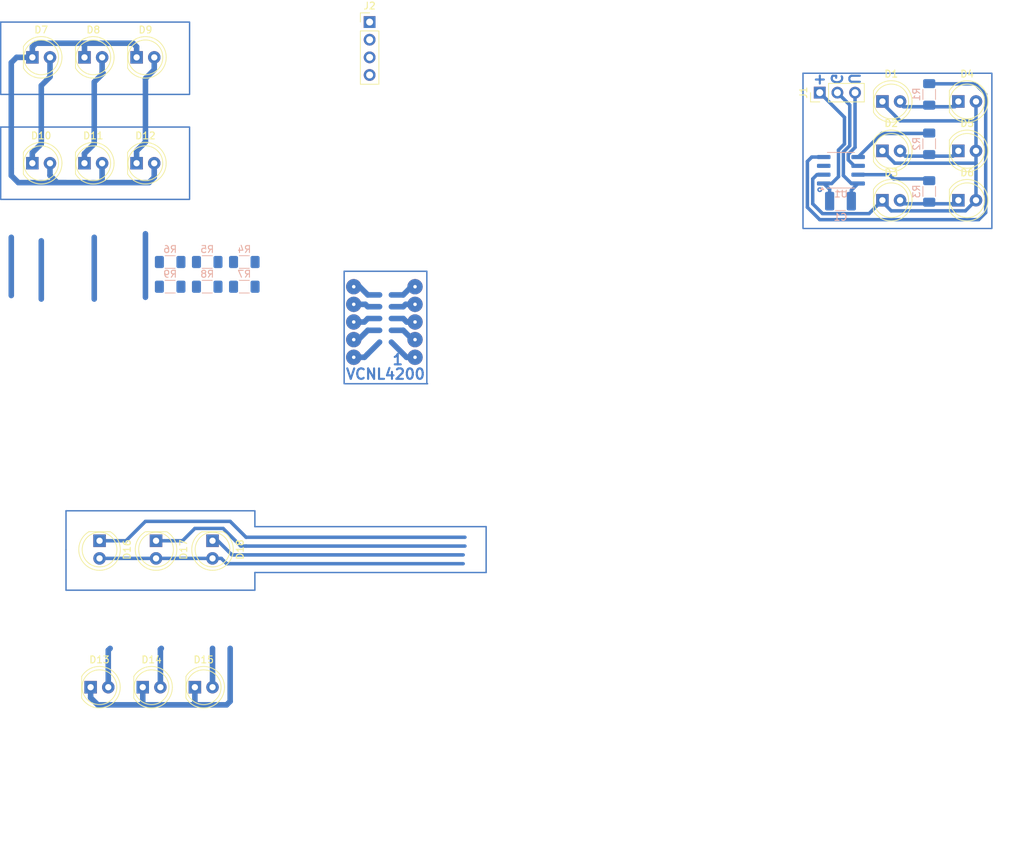
<source format=kicad_pcb>
(kicad_pcb (version 20240108) (generator "pcbnew") (generator_version "8.0")
  (layers (0 "F.Cu" signal) (31 "B.Cu" signal) (34 "B.Paste" user) (35 "F.Paste" user) (36 "B.SilkS" user "B.Silkscreen") (37 "F.SilkS" user "F.Silkscreen") (38 "B.Mask" user) (39 "F.Mask" user) (44 "Edge.Cuts" user))
  (net 0 "")
  (net 1 "Net-(D1-K)")
  (net 2 "Net-(D1-A)")
  (net 3 "Net-(D2-A)")
  (net 4 "Net-(D3-A)")
  (net 5 "Net-(U1-PA1)")
  (net 6 "Net-(U1-PA2)")
  (net 7 "Net-(U1-PA3)")
  (net 9 "+5V")
  (net 10 "GND")
  (net 11 "Net-(J1-Pin_3)")
  (net 12 "Net-(D10-A)")
  (net 13 "Net-(D10-K)")
  (net 14 "Net-(D11-K)")
  (net 15 "Net-(D12-K)")
  (net 16 "Net-(D13-A)")
  (net 17 "Net-(D14-A)")
  (net 18 "Net-(D15-A)")
  (net 19 "Net-(J2-Pin_1)")
  (net 20 "Net-(J2-Pin_2)")
  (net 21 "Net-(J2-Pin_3)")
  (footprint "LED_THT:LED_D5.0mm" (layer "F.Cu") (at 168.2775 64.262)
    (property "Reference" "D5" (at 1.27 -3.96 0) (layer "F.SilkS"))
    (property "Value" "Yellow")
    (fp_line (start -1.29 -1.545) (end -1.29 1.545) (stroke (width 0.12)) (layer "F.SilkS"))
    (fp_arc (start -1.29 -1.54483) (mid 2.072002 -2.880433) (end 4.26 0.000462) (stroke (width 0.12)) (layer "F.SilkS"))
    (fp_arc (start 4.26 -0.000462) (mid 2.072002 2.880433) (end -1.29 1.54483) (stroke (width 0.12)) (layer "F.SilkS"))
    (fp_circle (center 1.27 0) (end 3.77 0) (stroke (width 0.12)) (fill none) (layer "F.SilkS"))
    (pad "1" thru_hole rect (at 0 0) (size 1.8 1.8) (drill 0.9) (layers "*.Cu" "*.Mask") (net 3 "Net-(D2-A)"))
    (pad "2" thru_hole circle (at 2.54 0) (size 1.8 1.8) (drill 0.9) (layers "*.Cu" "*.Mask") (net 1 "Net-(D1-K)"))
  )
  (footprint "LED_THT:LED_D5.0mm" (layer "F.Cu") (at 157.3505 71.374)
    (property "Reference" "D3" (at 1.27 -3.96 0) (layer "F.SilkS"))
    (property "Value" "Green")
    (fp_line (start -1.29 -1.545) (end -1.29 1.545) (stroke (width 0.12)) (layer "F.SilkS"))
    (fp_arc (start -1.29 -1.54483) (mid 2.072002 -2.880433) (end 4.26 0.000462) (stroke (width 0.12)) (layer "F.SilkS"))
    (fp_arc (start 4.26 -0.000462) (mid 2.072002 2.880433) (end -1.29 1.54483) (stroke (width 0.12)) (layer "F.SilkS"))
    (fp_circle (center 1.27 0) (end 3.77 0) (stroke (width 0.12)) (fill none) (layer "F.SilkS"))
    (pad "1" thru_hole rect (at 0 0) (size 1.8 1.8) (drill 0.9) (layers "*.Cu" "*.Mask") (net 1 "Net-(D1-K)"))
    (pad "2" thru_hole circle (at 2.54 0) (size 1.8 1.8) (drill 0.9) (layers "*.Cu" "*.Mask") (net 4 "Net-(D3-A)"))
  )
  (footprint "LED_THT:LED_D5.0mm" (layer "F.Cu") (at 50.033 66.04)
    (property "Reference" "D12" (at 1.27 -3.96 0) (layer "F.SilkS"))
    (property "Value" "Green")
    (fp_line (start -1.29 -1.545) (end -1.29 1.545) (stroke (width 0.12)) (layer "F.SilkS"))
    (fp_arc (start -1.29 -1.54483) (mid 2.072002 -2.880433) (end 4.26 0.000462) (stroke (width 0.12)) (layer "F.SilkS"))
    (fp_arc (start 4.26 -0.000462) (mid 2.072002 2.880433) (end -1.29 1.54483) (stroke (width 0.12)) (layer "F.SilkS"))
    (fp_circle (center 1.27 0) (end 3.77 0) (stroke (width 0.12)) (fill none) (layer "F.SilkS"))
    (pad "1" thru_hole rect (at 0 0) (size 1.8 1.8) (drill 0.9) (layers "*.Cu" "*.Mask") (net 15 "Net-(D12-K)"))
    (pad "2" thru_hole circle (at 2.54 0) (size 1.8 1.8) (drill 0.9) (layers "*.Cu" "*.Mask") (net 12 "Net-(D10-A)"))
  )
  (footprint "LED_THT:LED_D5.0mm" (layer "F.Cu") (at 168.2775 71.374)
    (property "Reference" "D6" (at 1.27 -3.96 0) (layer "F.SilkS"))
    (property "Value" "Green")
    (fp_line (start -1.29 -1.545) (end -1.29 1.545) (stroke (width 0.12)) (layer "F.SilkS"))
    (fp_arc (start -1.29 -1.54483) (mid 2.072002 -2.880433) (end 4.26 0.000462) (stroke (width 0.12)) (layer "F.SilkS"))
    (fp_arc (start 4.26 -0.000462) (mid 2.072002 2.880433) (end -1.29 1.54483) (stroke (width 0.12)) (layer "F.SilkS"))
    (fp_circle (center 1.27 0) (end 3.77 0) (stroke (width 0.12)) (fill none) (layer "F.SilkS"))
    (pad "1" thru_hole rect (at 0 0) (size 1.8 1.8) (drill 0.9) (layers "*.Cu" "*.Mask") (net 4 "Net-(D3-A)"))
    (pad "2" thru_hole circle (at 2.54 0) (size 1.8 1.8) (drill 0.9) (layers "*.Cu" "*.Mask") (net 1 "Net-(D1-K)"))
  )
  (footprint "LED_THT:LED_D5.0mm" (layer "F.Cu") (at 43.42 141.483)
    (property "Reference" "D13" (at 1.27 -3.96 0) (layer "F.SilkS"))
    (property "Value" "Red")
    (fp_line (start -1.29 -1.545) (end -1.29 1.545) (stroke (width 0.12)) (layer "F.SilkS"))
    (fp_arc (start -1.29 -1.54483) (mid 2.072002 -2.880433) (end 4.26 0.000462) (stroke (width 0.12)) (layer "F.SilkS"))
    (fp_arc (start 4.26 -0.000462) (mid 2.072002 2.880433) (end -1.29 1.54483) (stroke (width 0.12)) (layer "F.SilkS"))
    (fp_circle (center 1.27 0) (end 3.77 0) (stroke (width 0.12)) (fill none) (layer "F.SilkS"))
    (pad "1" thru_hole rect (at 0 0) (size 1.8 1.8) (drill 0.9) (layers "*.Cu" "*.Mask") (net 12 "Net-(D10-A)"))
    (pad "2" thru_hole circle (at 2.54 0) (size 1.8 1.8) (drill 0.9) (layers "*.Cu" "*.Mask") (net 16 "Net-(D13-A)"))
  )
  (footprint "Connector_PinHeader_2.54mm:PinHeader_1x04_P2.54mm_Vertical" (layer "F.Cu") (at 83.566 45.72)
    (property "Reference" "J2" (at 0 -2.33 0) (layer "F.SilkS"))
    (property "Value" "Conn_01x04_Pin")
    (fp_line (start -1.33 -1.33) (end 0 -1.33) (stroke (width 0.12)) (layer "F.SilkS"))
    (fp_line (start -1.33 0) (end -1.33 -1.33) (stroke (width 0.12)) (layer "F.SilkS"))
    (fp_line (start -1.33 1.27) (end -1.33 8.95) (stroke (width 0.12)) (layer "F.SilkS"))
    (fp_line (start -1.33 1.27) (end 1.33 1.27) (stroke (width 0.12)) (layer "F.SilkS"))
    (fp_line (start -1.33 8.95) (end 1.33 8.95) (stroke (width 0.12)) (layer "F.SilkS"))
    (fp_line (start 1.33 1.27) (end 1.33 8.95) (stroke (width 0.12)) (layer "F.SilkS"))
    (pad "1" thru_hole rect (at 0 0) (size 1.7 1.7) (drill 1) (layers "*.Cu" "*.Mask") (net 19 "Net-(J2-Pin_1)"))
    (pad "2" thru_hole oval (at 0 2.54) (size 1.7 1.7) (drill 1) (layers "*.Cu" "*.Mask") (net 20 "Net-(J2-Pin_2)"))
    (pad "3" thru_hole oval (at 0 5.08) (size 1.7 1.7) (drill 1) (layers "*.Cu" "*.Mask") (net 21 "Net-(J2-Pin_3)"))
    (pad "4" thru_hole oval (at 0 7.62) (size 1.7 1.7) (drill 1) (layers "*.Cu" "*.Mask") (net 12 "Net-(D10-A)"))
  )
  (footprint "LED_THT:LED_D5.0mm" (layer "F.Cu") (at 60.96 120.396 -90)
    (property "Reference" "D18" (at 1.27 -3.96 90) (layer "F.SilkS"))
    (property "Value" "Green")
    (fp_line (start -1.29 -1.545) (end -1.29 1.545) (stroke (width 0.12)) (layer "F.SilkS"))
    (fp_arc (start 4.26 -0.000462) (mid 2.072002 2.880433) (end -1.29 1.54483) (stroke (width 0.12)) (layer "F.SilkS"))
    (fp_arc (start -1.29 -1.54483) (mid 2.072002 -2.880433) (end 4.26 0.000462) (stroke (width 0.12)) (layer "F.SilkS"))
    (fp_circle (center 1.27 0) (end 3.77 0) (stroke (width 0.12)) (fill none) (layer "F.SilkS"))
    (pad "1" thru_hole rect (at 0 0 270) (size 1.8 1.8) (drill 0.9) (layers "*.Cu" "*.Mask") (net 18 "Net-(D15-A)"))
    (pad "2" thru_hole circle (at 2.54 0 270) (size 1.8 1.8) (drill 0.9) (layers "*.Cu" "*.Mask") (net 12 "Net-(D10-A)"))
  )
  (footprint "LED_THT:LED_D5.0mm" (layer "F.Cu") (at 42.533 66.04)
    (property "Reference" "D11" (at 1.27 -3.96 0) (layer "F.SilkS"))
    (property "Value" "Yellow")
    (fp_line (start -1.29 -1.545) (end -1.29 1.545) (stroke (width 0.12)) (layer "F.SilkS"))
    (fp_arc (start -1.29 -1.54483) (mid 2.072002 -2.880433) (end 4.26 0.000462) (stroke (width 0.12)) (layer "F.SilkS"))
    (fp_arc (start 4.26 -0.000462) (mid 2.072002 2.880433) (end -1.29 1.54483) (stroke (width 0.12)) (layer "F.SilkS"))
    (fp_circle (center 1.27 0) (end 3.77 0) (stroke (width 0.12)) (fill none) (layer "F.SilkS"))
    (pad "1" thru_hole rect (at 0 0) (size 1.8 1.8) (drill 0.9) (layers "*.Cu" "*.Mask") (net 14 "Net-(D11-K)"))
    (pad "2" thru_hole circle (at 2.54 0) (size 1.8 1.8) (drill 0.9) (layers "*.Cu" "*.Mask") (net 12 "Net-(D10-A)"))
  )
  (footprint "LED_THT:LED_D5.0mm" (layer "F.Cu") (at 157.3555 64.262)
    (property "Reference" "D2" (at 1.27 -3.96 0) (layer "F.SilkS"))
    (property "Value" "Yellow")
    (fp_line (start -1.29 -1.545) (end -1.29 1.545) (stroke (width 0.12)) (layer "F.SilkS"))
    (fp_arc (start -1.29 -1.54483) (mid 2.072002 -2.880433) (end 4.26 0.000462) (stroke (width 0.12)) (layer "F.SilkS"))
    (fp_arc (start 4.26 -0.000462) (mid 2.072002 2.880433) (end -1.29 1.54483) (stroke (width 0.12)) (layer "F.SilkS"))
    (fp_circle (center 1.27 0) (end 3.77 0) (stroke (width 0.12)) (fill none) (layer "F.SilkS"))
    (pad "1" thru_hole rect (at 0 0) (size 1.8 1.8) (drill 0.9) (layers "*.Cu" "*.Mask") (net 1 "Net-(D1-K)"))
    (pad "2" thru_hole circle (at 2.54 0) (size 1.8 1.8) (drill 0.9) (layers "*.Cu" "*.Mask") (net 3 "Net-(D2-A)"))
  )
  (footprint "LED_THT:LED_D5.0mm" (layer "F.Cu") (at 50.038 50.8)
    (property "Reference" "D9" (at 1.27 -3.96 0) (layer "F.SilkS"))
    (property "Value" "Green")
    (fp_line (start -1.29 -1.545) (end -1.29 1.545) (stroke (width 0.12)) (layer "F.SilkS"))
    (fp_arc (start -1.29 -1.54483) (mid 2.072002 -2.880433) (end 4.26 0.000462) (stroke (width 0.12)) (layer "F.SilkS"))
    (fp_arc (start 4.26 -0.000462) (mid 2.072002 2.880433) (end -1.29 1.54483) (stroke (width 0.12)) (layer "F.SilkS"))
    (fp_circle (center 1.27 0) (end 3.77 0) (stroke (width 0.12)) (fill none) (layer "F.SilkS"))
    (pad "1" thru_hole rect (at 0 0) (size 1.8 1.8) (drill 0.9) (layers "*.Cu" "*.Mask") (net 12 "Net-(D10-A)"))
    (pad "2" thru_hole circle (at 2.54 0) (size 1.8 1.8) (drill 0.9) (layers "*.Cu" "*.Mask") (net 15 "Net-(D12-K)"))
  )
  (footprint "LED_THT:LED_D5.0mm" (layer "F.Cu") (at 58.42 141.483)
    (property "Reference" "D15" (at 1.27 -3.96 0) (layer "F.SilkS"))
    (property "Value" "Green")
    (fp_line (start -1.29 -1.545) (end -1.29 1.545) (stroke (width 0.12)) (layer "F.SilkS"))
    (fp_arc (start -1.29 -1.54483) (mid 2.072002 -2.880433) (end 4.26 0.000462) (stroke (width 0.12)) (layer "F.SilkS"))
    (fp_arc (start 4.26 -0.000462) (mid 2.072002 2.880433) (end -1.29 1.54483) (stroke (width 0.12)) (layer "F.SilkS"))
    (fp_circle (center 1.27 0) (end 3.77 0) (stroke (width 0.12)) (fill none) (layer "F.SilkS"))
    (pad "1" thru_hole rect (at 0 0) (size 1.8 1.8) (drill 0.9) (layers "*.Cu" "*.Mask") (net 12 "Net-(D10-A)"))
    (pad "2" thru_hole circle (at 2.54 0) (size 1.8 1.8) (drill 0.9) (layers "*.Cu" "*.Mask") (net 18 "Net-(D15-A)"))
  )
  (footprint "LED_THT:LED_D5.0mm" (layer "F.Cu") (at 35.033 66.04)
    (property "Reference" "D10" (at 1.27 -3.96 0) (layer "F.SilkS"))
    (property "Value" "Red")
    (fp_line (start -1.29 -1.545) (end -1.29 1.545) (stroke (width 0.12)) (layer "F.SilkS"))
    (fp_arc (start -1.29 -1.54483) (mid 2.072002 -2.880433) (end 4.26 0.000462) (stroke (width 0.12)) (layer "F.SilkS"))
    (fp_arc (start 4.26 -0.000462) (mid 2.072002 2.880433) (end -1.29 1.54483) (stroke (width 0.12)) (layer "F.SilkS"))
    (fp_circle (center 1.27 0) (end 3.77 0) (stroke (width 0.12)) (fill none) (layer "F.SilkS"))
    (pad "1" thru_hole rect (at 0 0) (size 1.8 1.8) (drill 0.9) (layers "*.Cu" "*.Mask") (net 13 "Net-(D10-K)"))
    (pad "2" thru_hole circle (at 2.54 0) (size 1.8 1.8) (drill 0.9) (layers "*.Cu" "*.Mask") (net 12 "Net-(D10-A)"))
  )
  (footprint "LED_THT:LED_D5.0mm" (layer "F.Cu") (at 50.92 141.483)
    (property "Reference" "D14" (at 1.27 -3.96 0) (layer "F.SilkS"))
    (property "Value" "Yellow")
    (fp_line (start -1.29 -1.545) (end -1.29 1.545) (stroke (width 0.12)) (layer "F.SilkS"))
    (fp_arc (start -1.29 -1.54483) (mid 2.072002 -2.880433) (end 4.26 0.000462) (stroke (width 0.12)) (layer "F.SilkS"))
    (fp_arc (start 4.26 -0.000462) (mid 2.072002 2.880433) (end -1.29 1.54483) (stroke (width 0.12)) (layer "F.SilkS"))
    (fp_circle (center 1.27 0) (end 3.77 0) (stroke (width 0.12)) (fill none) (layer "F.SilkS"))
    (pad "1" thru_hole rect (at 0 0) (size 1.8 1.8) (drill 0.9) (layers "*.Cu" "*.Mask") (net 12 "Net-(D10-A)"))
    (pad "2" thru_hole circle (at 2.54 0) (size 1.8 1.8) (drill 0.9) (layers "*.Cu" "*.Mask") (net 17 "Net-(D14-A)"))
  )
  (footprint "LED_THT:LED_D5.0mm" (layer "F.Cu") (at 52.832 120.396 -90)
    (property "Reference" "D17" (at 1.27 -3.96 90) (layer "F.SilkS"))
    (property "Value" "Yellow")
    (fp_line (start -1.29 -1.545) (end -1.29 1.545) (stroke (width 0.12)) (layer "F.SilkS"))
    (fp_arc (start 4.26 -0.000462) (mid 2.072002 2.880433) (end -1.29 1.54483) (stroke (width 0.12)) (layer "F.SilkS"))
    (fp_arc (start -1.29 -1.54483) (mid 2.072002 -2.880433) (end 4.26 0.000462) (stroke (width 0.12)) (layer "F.SilkS"))
    (fp_circle (center 1.27 0) (end 3.77 0) (stroke (width 0.12)) (fill none) (layer "F.SilkS"))
    (pad "1" thru_hole rect (at 0 0 270) (size 1.8 1.8) (drill 0.9) (layers "*.Cu" "*.Mask") (net 17 "Net-(D14-A)"))
    (pad "2" thru_hole circle (at 2.54 0 270) (size 1.8 1.8) (drill 0.9) (layers "*.Cu" "*.Mask") (net 12 "Net-(D10-A)"))
  )
  (footprint "LED_THT:LED_D5.0mm" (layer "F.Cu") (at 35.038 50.8)
    (property "Reference" "D7" (at 1.27 -3.96 0) (layer "F.SilkS"))
    (property "Value" "Red")
    (fp_line (start -1.29 -1.545) (end -1.29 1.545) (stroke (width 0.12)) (layer "F.SilkS"))
    (fp_arc (start -1.29 -1.54483) (mid 2.072002 -2.880433) (end 4.26 0.000462) (stroke (width 0.12)) (layer "F.SilkS"))
    (fp_arc (start 4.26 -0.000462) (mid 2.072002 2.880433) (end -1.29 1.54483) (stroke (width 0.12)) (layer "F.SilkS"))
    (fp_circle (center 1.27 0) (end 3.77 0) (stroke (width 0.12)) (fill none) (layer "F.SilkS"))
    (pad "1" thru_hole rect (at 0 0) (size 1.8 1.8) (drill 0.9) (layers "*.Cu" "*.Mask") (net 12 "Net-(D10-A)"))
    (pad "2" thru_hole circle (at 2.54 0) (size 1.8 1.8) (drill 0.9) (layers "*.Cu" "*.Mask") (net 13 "Net-(D10-K)"))
  )
  (footprint "LED_THT:LED_D5.0mm" (layer "F.Cu") (at 168.2775 57.15)
    (property "Reference" "D4" (at 1.27 -3.96 0) (layer "F.SilkS"))
    (property "Value" "Red")
    (fp_line (start -1.29 -1.545) (end -1.29 1.545) (stroke (width 0.12)) (layer "F.SilkS"))
    (fp_arc (start -1.29 -1.54483) (mid 2.072002 -2.880433) (end 4.26 0.000462) (stroke (width 0.12)) (layer "F.SilkS"))
    (fp_arc (start 4.26 -0.000462) (mid 2.072002 2.880433) (end -1.29 1.54483) (stroke (width 0.12)) (layer "F.SilkS"))
    (fp_circle (center 1.27 0) (end 3.77 0) (stroke (width 0.12)) (fill none) (layer "F.SilkS"))
    (pad "1" thru_hole rect (at 0 0) (size 1.8 1.8) (drill 0.9) (layers "*.Cu" "*.Mask") (net 2 "Net-(D1-A)"))
    (pad "2" thru_hole circle (at 2.54 0) (size 1.8 1.8) (drill 0.9) (layers "*.Cu" "*.Mask") (net 1 "Net-(D1-K)"))
  )
  (footprint "LED_THT:LED_D5.0mm" (layer "F.Cu") (at 44.704 120.396 -90)
    (property "Reference" "D16" (at 1.27 -3.96 90) (layer "F.SilkS"))
    (property "Value" "Red")
    (fp_line (start -1.29 -1.545) (end -1.29 1.545) (stroke (width 0.12)) (layer "F.SilkS"))
    (fp_arc (start 4.26 -0.000462) (mid 2.072002 2.880433) (end -1.29 1.54483) (stroke (width 0.12)) (layer "F.SilkS"))
    (fp_arc (start -1.29 -1.54483) (mid 2.072002 -2.880433) (end 4.26 0.000462) (stroke (width 0.12)) (layer "F.SilkS"))
    (fp_circle (center 1.27 0) (end 3.77 0) (stroke (width 0.12)) (fill none) (layer "F.SilkS"))
    (pad "1" thru_hole rect (at 0 0 270) (size 1.8 1.8) (drill 0.9) (layers "*.Cu" "*.Mask") (net 16 "Net-(D13-A)"))
    (pad "2" thru_hole circle (at 2.54 0 270) (size 1.8 1.8) (drill 0.9) (layers "*.Cu" "*.Mask") (net 12 "Net-(D10-A)"))
  )
  (footprint "LED_THT:LED_D5.0mm" (layer "F.Cu") (at 42.538 50.8)
    (property "Reference" "D8" (at 1.27 -3.96 0) (layer "F.SilkS"))
    (property "Value" "Yellow")
    (fp_line (start -1.29 -1.545) (end -1.29 1.545) (stroke (width 0.12)) (layer "F.SilkS"))
    (fp_arc (start -1.29 -1.54483) (mid 2.072002 -2.880433) (end 4.26 0.000462) (stroke (width 0.12)) (layer "F.SilkS"))
    (fp_arc (start 4.26 -0.000462) (mid 2.072002 2.880433) (end -1.29 1.54483) (stroke (width 0.12)) (layer "F.SilkS"))
    (fp_circle (center 1.27 0) (end 3.77 0) (stroke (width 0.12)) (fill none) (layer "F.SilkS"))
    (pad "1" thru_hole rect (at 0 0) (size 1.8 1.8) (drill 0.9) (layers "*.Cu" "*.Mask") (net 12 "Net-(D10-A)"))
    (pad "2" thru_hole circle (at 2.54 0) (size 1.8 1.8) (drill 0.9) (layers "*.Cu" "*.Mask") (net 14 "Net-(D11-K)"))
  )
  (footprint "Connector_PinHeader_2.54mm:PinHeader_1x03_P2.54mm_Vertical" (layer "F.Cu") (at 148.336 55.88 90)
    (property "Reference" "J1" (at 0 -2.33 -90) (layer "F.SilkS"))
    (property "Value" "Conn_01x03_Pin")
    (fp_line (start -1.33 -1.33) (end 0 -1.33) (stroke (width 0.12)) (layer "F.SilkS"))
    (fp_line (start -1.33 0) (end -1.33 -1.33) (stroke (width 0.12)) (layer "F.SilkS"))
    (fp_line (start 1.33 1.27) (end 1.33 6.41) (stroke (width 0.12)) (layer "F.SilkS"))
    (fp_line (start -1.33 1.27) (end 1.33 1.27) (stroke (width 0.12)) (layer "F.SilkS"))
    (fp_line (start -1.33 1.27) (end -1.33 6.41) (stroke (width 0.12)) (layer "F.SilkS"))
    (fp_line (start -1.33 6.41) (end 1.33 6.41) (stroke (width 0.12)) (layer "F.SilkS"))
    (pad "1" thru_hole rect (at 0 0 90) (size 1.7 1.7) (drill 1) (layers "*.Cu" "*.Mask") (net 9 "+5V"))
    (pad "2" thru_hole oval (at 0 2.54 90) (size 1.7 1.7) (drill 1) (layers "*.Cu" "*.Mask") (net 10 "GND"))
    (pad "3" thru_hole oval (at 0 5.08 90) (size 1.7 1.7) (drill 1) (layers "*.Cu" "*.Mask") (net 11 "Net-(J1-Pin_3)"))
  )
  (footprint "LED_THT:LED_D5.0mm" (layer "F.Cu") (at 157.3555 57.15)
    (property "Reference" "D1" (at 1.27 -3.96 0) (layer "F.SilkS"))
    (property "Value" "Red")
    (fp_line (start -1.29 -1.545) (end -1.29 1.545) (stroke (width 0.12)) (layer "F.SilkS"))
    (fp_arc (start -1.29 -1.54483) (mid 2.072002 -2.880433) (end 4.26 0.000462) (stroke (width 0.12)) (layer "F.SilkS"))
    (fp_arc (start 4.26 -0.000462) (mid 2.072002 2.880433) (end -1.29 1.54483) (stroke (width 0.12)) (layer "F.SilkS"))
    (fp_circle (center 1.27 0) (end 3.77 0) (stroke (width 0.12)) (fill none) (layer "F.SilkS"))
    (pad "1" thru_hole rect (at 0 0) (size 1.8 1.8) (drill 0.9) (layers "*.Cu" "*.Mask") (net 1 "Net-(D1-K)"))
    (pad "2" thru_hole circle (at 2.54 0) (size 1.8 1.8) (drill 0.9) (layers "*.Cu" "*.Mask") (net 2 "Net-(D1-A)"))
  )
  (footprint "Resistor_SMD:R_1206_3216Metric_Pad1.30x1.75mm_HandSolder" (layer "B.Cu") (at 164.084 70.104 -90)
    (property "Reference" "R3" (at 0 1.82 90) (layer "B.SilkS") (effects (justify mirror)))
    (property "Value" "R 270")
    (fp_line (start 0.727064 0.91) (end -0.727064 0.91) (stroke (width 0.12)) (layer "B.SilkS"))
    (fp_line (start 0.727064 -0.91) (end -0.727064 -0.91) (stroke (width 0.12)) (layer "B.SilkS"))
    (pad "1" smd roundrect (at -1.55 0 270) (size 1.3 1.75) (layers "B.Cu" "B.Paste" "B.Mask") (roundrect_rratio 0.192308) (net 7 "Net-(U1-PA3)"))
    (pad "2" smd roundrect (at 1.55 0 270) (size 1.3 1.75) (layers "B.Cu" "B.Paste" "B.Mask") (roundrect_rratio 0.192308) (net 4 "Net-(D3-A)"))
  )
  (footprint "Package_SO:SOIC-8_3.9x4.9mm_P1.27mm" (layer "B.Cu") (at 151.384 67.056)
    (property "Reference" "U1" (at 0 3.4 0) (layer "B.SilkS") (effects (justify mirror)))
    (property "Value" "ATtiny412-SS")
    (fp_line (start -1.95 -2.56) (end 0 -2.56) (stroke (width 0.12)) (layer "B.SilkS"))
    (fp_line (start -1.95 2.56) (end 0 2.56) (stroke (width 0.12)) (layer "B.SilkS"))
    (fp_line (start 1.95 -2.56) (end 0 -2.56) (stroke (width 0.12)) (layer "B.SilkS"))
    (fp_line (start 1.95 2.56) (end 0 2.56) (stroke (width 0.12)) (layer "B.SilkS"))
    (fp_poly (pts (xy -2.7 2.465) (xy -2.94 2.795) (xy -2.46 2.795) (xy -2.7 2.465)) (stroke (width 0.12)) (fill solid) (layer "B.SilkS"))
    (pad "1" smd roundrect (at -2.475 1.905) (size 1.95 0.6) (layers "B.Cu" "B.Paste" "B.Mask") (net 9 "+5V"))
    (pad "2" smd roundrect (at -2.475 0.635) (size 1.95 0.6) (layers "B.Cu" "B.Paste" "B.Mask") (net 1 "Net-(D1-K)"))
    (pad "3" smd roundrect (at -2.475 -0.635) (size 1.95 0.6) (layers "B.Cu" "B.Paste" "B.Mask"))
    (pad "4" smd roundrect (at -2.475 -1.905) (size 1.95 0.6) (layers "B.Cu" "B.Paste" "B.Mask") (net 5 "Net-(U1-PA1)"))
    (pad "5" smd roundrect (at 2.475 -1.905) (size 1.95 0.6) (layers "B.Cu" "B.Paste" "B.Mask") (net 6 "Net-(U1-PA2)"))
    (pad "6" smd roundrect (at 2.475 -0.635) (size 1.95 0.6) (layers "B.Cu" "B.Paste" "B.Mask") (net 11 "Net-(J1-Pin_3)"))
    (pad "7" smd roundrect (at 2.475 0.635) (size 1.95 0.6) (layers "B.Cu" "B.Paste" "B.Mask") (net 7 "Net-(U1-PA3)"))
    (pad "8" smd roundrect (at 2.475 1.905) (size 1.95 0.6) (layers "B.Cu" "B.Paste" "B.Mask") (net 10 "GND"))
  )
  (footprint "Capacitor_SMD:C_1210_3225Metric_Pad1.33x2.70mm_HandSolder" (layer "B.Cu") (at 151.319 71.501)
    (property "Reference" "C1" (at 0 2.3 0) (layer "B.SilkS") (effects (justify mirror)))
    (property "Value" "100n")
    (fp_line (start 0.711252 -1.36) (end -0.711252 -1.36) (stroke (width 0.12)) (layer "B.SilkS"))
    (fp_line (start 0.711252 1.36) (end -0.711252 1.36) (stroke (width 0.12)) (layer "B.SilkS"))
    (pad "1" smd roundrect (at -1.5625 0) (size 1.325 2.7) (layers "B.Cu" "B.Paste" "B.Mask") (roundrect_rratio 0.188679) (net 9 "+5V"))
    (pad "2" smd roundrect (at 1.5625 0) (size 1.325 2.7) (layers "B.Cu" "B.Paste" "B.Mask") (roundrect_rratio 0.188679) (net 10 "GND"))
  )
  (footprint "Resistor_SMD:R_1206_3216Metric_Pad1.30x1.75mm_HandSolder" (layer "B.Cu") (at 60.198 80.264 180)
    (property "Reference" "R5" (at 0 1.82 180) (layer "B.SilkS") (effects (justify mirror)))
    (property "Value" "R 270")
    (fp_line (start 0.727064 0.91) (end -0.727064 0.91) (stroke (width 0.12)) (layer "B.SilkS"))
    (fp_line (start 0.727064 -0.91) (end -0.727064 -0.91) (stroke (width 0.12)) (layer "B.SilkS"))
    (pad "1" smd roundrect (at -1.55 0 180) (size 1.3 1.75) (layers "B.Cu" "B.Paste" "B.Mask") (roundrect_rratio 0.192308) (net 20 "Net-(J2-Pin_2)"))
    (pad "2" smd roundrect (at 1.55 0 180) (size 1.3 1.75) (layers "B.Cu" "B.Paste" "B.Mask") (roundrect_rratio 0.192308) (net 14 "Net-(D11-K)"))
  )
  (footprint "Resistor_SMD:R_1206_3216Metric_Pad1.30x1.75mm_HandSolder" (layer "B.Cu") (at 54.864 83.82 180)
    (property "Reference" "R9" (at 0 1.82 180) (layer "B.SilkS") (effects (justify mirror)))
    (property "Value" "R 270")
    (fp_line (start 0.727064 0.91) (end -0.727064 0.91) (stroke (width 0.12)) (layer "B.SilkS"))
    (fp_line (start 0.727064 -0.91) (end -0.727064 -0.91) (stroke (width 0.12)) (layer "B.SilkS"))
    (pad "1" smd roundrect (at -1.55 0 180) (size 1.3 1.75) (layers "B.Cu" "B.Paste" "B.Mask") (roundrect_rratio 0.192308) (net 21 "Net-(J2-Pin_3)"))
    (pad "2" smd roundrect (at 1.55 0 180) (size 1.3 1.75) (layers "B.Cu" "B.Paste" "B.Mask") (roundrect_rratio 0.192308) (net 18 "Net-(D15-A)"))
  )
  (footprint "Resistor_SMD:R_1206_3216Metric_Pad1.30x1.75mm_HandSolder" (layer "B.Cu") (at 65.532 83.82 180)
    (property "Reference" "R7" (at 0 1.82 180) (layer "B.SilkS") (effects (justify mirror)))
    (property "Value" "R 270")
    (fp_line (start 0.727064 0.91) (end -0.727064 0.91) (stroke (width 0.12)) (layer "B.SilkS"))
    (fp_line (start 0.727064 -0.91) (end -0.727064 -0.91) (stroke (width 0.12)) (layer "B.SilkS"))
    (pad "1" smd roundrect (at -1.55 0 180) (size 1.3 1.75) (layers "B.Cu" "B.Paste" "B.Mask") (roundrect_rratio 0.192308) (net 19 "Net-(J2-Pin_1)"))
    (pad "2" smd roundrect (at 1.55 0 180) (size 1.3 1.75) (layers "B.Cu" "B.Paste" "B.Mask") (roundrect_rratio 0.192308) (net 16 "Net-(D13-A)"))
  )
  (footprint "Resistor_SMD:R_1206_3216Metric_Pad1.30x1.75mm_HandSolder" (layer "B.Cu") (at 164.084 63.246 -90)
    (property "Reference" "R2" (at 0 1.82 90) (layer "B.SilkS") (effects (justify mirror)))
    (property "Value" "R 270")
    (fp_line (start 0.727064 0.91) (end -0.727064 0.91) (stroke (width 0.12)) (layer "B.SilkS"))
    (fp_line (start 0.727064 -0.91) (end -0.727064 -0.91) (stroke (width 0.12)) (layer "B.SilkS"))
    (pad "1" smd roundrect (at -1.55 0 270) (size 1.3 1.75) (layers "B.Cu" "B.Paste" "B.Mask") (roundrect_rratio 0.192308) (net 6 "Net-(U1-PA2)"))
    (pad "2" smd roundrect (at 1.55 0 270) (size 1.3 1.75) (layers "B.Cu" "B.Paste" "B.Mask") (roundrect_rratio 0.192308) (net 3 "Net-(D2-A)"))
  )
  (footprint "Resistor_SMD:R_1206_3216Metric_Pad1.30x1.75mm_HandSolder" (layer "B.Cu") (at 164.084 56.134 -90)
    (property "Reference" "R1" (at 0 1.82 90) (layer "B.SilkS") (effects (justify mirror)))
    (property "Value" "R 270")
    (fp_line (start 0.727064 0.91) (end -0.727064 0.91) (stroke (width 0.12)) (layer "B.SilkS"))
    (fp_line (start 0.727064 -0.91) (end -0.727064 -0.91) (stroke (width 0.12)) (layer "B.SilkS"))
    (pad "1" smd roundrect (at -1.55 0 270) (size 1.3 1.75) (layers "B.Cu" "B.Paste" "B.Mask") (roundrect_rratio 0.192308) (net 5 "Net-(U1-PA1)"))
    (pad "2" smd roundrect (at 1.55 0 270) (size 1.3 1.75) (layers "B.Cu" "B.Paste" "B.Mask") (roundrect_rratio 0.192308) (net 2 "Net-(D1-A)"))
  )
  (footprint "Resistor_SMD:R_1206_3216Metric_Pad1.30x1.75mm_HandSolder" (layer "B.Cu") (at 60.198 83.82 180)
    (property "Reference" "R8" (at 0 1.82 180) (layer "B.SilkS") (effects (justify mirror)))
    (property "Value" "R 270")
    (fp_line (start 0.727064 0.91) (end -0.727064 0.91) (stroke (width 0.12)) (layer "B.SilkS"))
    (fp_line (start 0.727064 -0.91) (end -0.727064 -0.91) (stroke (width 0.12)) (layer "B.SilkS"))
    (pad "1" smd roundrect (at -1.55 0 180) (size 1.3 1.75) (layers "B.Cu" "B.Paste" "B.Mask") (roundrect_rratio 0.192308) (net 20 "Net-(J2-Pin_2)"))
    (pad "2" smd roundrect (at 1.55 0 180) (size 1.3 1.75) (layers "B.Cu" "B.Paste" "B.Mask") (roundrect_rratio 0.192308) (net 17 "Net-(D14-A)"))
  )
  (footprint "Resistor_SMD:R_1206_3216Metric_Pad1.30x1.75mm_HandSolder" (layer "B.Cu") (at 54.864 80.264 180)
    (property "Reference" "R6" (at 0 1.82 180) (layer "B.SilkS") (effects (justify mirror)))
    (property "Value" "R 270")
    (fp_line (start 0.727064 0.91) (end -0.727064 0.91) (stroke (width 0.12)) (layer "B.SilkS"))
    (fp_line (start 0.727064 -0.91) (end -0.727064 -0.91) (stroke (width 0.12)) (layer "B.SilkS"))
    (pad "1" smd roundrect (at -1.55 0 180) (size 1.3 1.75) (layers "B.Cu" "B.Paste" "B.Mask") (roundrect_rratio 0.192308) (net 21 "Net-(J2-Pin_3)"))
    (pad "2" smd roundrect (at 1.55 0 180) (size 1.3 1.75) (layers "B.Cu" "B.Paste" "B.Mask") (roundrect_rratio 0.192308) (net 15 "Net-(D12-K)"))
  )
  (footprint "Resistor_SMD:R_1206_3216Metric_Pad1.30x1.75mm_HandSolder" (layer "B.Cu") (at 65.532 80.264 180)
    (property "Reference" "R4" (at 0 1.82 180) (layer "B.SilkS") (effects (justify mirror)))
    (property "Value" "R 270")
    (fp_line (start 0.727064 0.91) (end -0.727064 0.91) (stroke (width 0.12)) (layer "B.SilkS"))
    (fp_line (start 0.727064 -0.91) (end -0.727064 -0.91) (stroke (width 0.12)) (layer "B.SilkS"))
    (pad "1" smd roundrect (at -1.55 0 180) (size 1.3 1.75) (layers "B.Cu" "B.Paste" "B.Mask") (roundrect_rratio 0.192308) (net 19 "Net-(J2-Pin_1)"))
    (pad "2" smd roundrect (at 1.55 0 180) (size 1.3 1.75) (layers "B.Cu" "B.Paste" "B.Mask") (roundrect_rratio 0.192308) (net 13 "Net-(D10-K)"))
  )
  (gr_line (start 39.878 121.671) (end 39.878 116.083) (stroke (width 0.2)) (layer "B.Cu"))
  (gr_line (start 67.056 124.973) (end 67.056 127.513) (stroke (width 0.2)) (layer "B.Cu"))
  (gr_line (start 67.056 116.083) (end 67.056 118.369) (stroke (width 0.2)) (layer "B.Cu"))
  (gr_line (start 91.8 97.79) (end 91.8 81.6) (stroke (width 0.2)) (layer "B.Cu"))
  (gr_line (start 91.8 81.6) (end 79.9 81.6) (stroke (width 0.2)) (layer "B.Cu"))
  (gr_rect (start 30.48 45.72) (end 57.658 56.134) (stroke (width 0.2)) (fill none) (layer "B.Cu"))
  (gr_line (start 100.33 124.973) (end 67.056 124.973) (stroke (width 0.2)) (layer "B.Cu"))
  (gr_line (start 67.056 118.369) (end 100.33 118.369) (stroke (width 0.2)) (layer "B.Cu"))
  (gr_line (start 67.056 127.513) (end 39.878 127.513) (stroke (width 0.2)) (layer "B.Cu"))
  (gr_line (start 39.878 127.513) (end 39.878 121.671) (stroke (width 0.2)) (layer "B.Cu"))
  (gr_rect (start 30.48 60.833) (end 57.658 71.247) (stroke (width 0.2)) (fill none) (layer "B.Cu"))
  (gr_line (start 39.878 116.083) (end 67.056 116.083) (stroke (width 0.2)) (layer "B.Cu"))
  (gr_line (start 80.01 97.79) (end 91.91 97.79) (stroke (width 0.2)) (layer "B.Cu"))
  (gr_line (start 79.9 81.6) (end 79.9 97.79) (stroke (width 0.2)) (layer "B.Cu"))
  (gr_circle (center 148.336 69.85) (end 148.082 69.85) (stroke (width 0.2)) (fill none) (layer "B.Cu"))
  (gr_line (start 100.33 118.369) (end 100.33 124.973) (stroke (width 0.2)) (layer "B.Cu"))
  (gr_rect (start 145.9255 53.086) (end 173.1035 75.438) (stroke (width 0.2)) (fill none) (layer "B.Cu"))
  (gr_text "1" (at 86.7 95.2 0) (layer "B.Cu") (effects (font (size 1.5 1.5) (thickness 0.3) (bold yes)) (justify left bottom)))
  (gr_text "U" (at 152.4 54.864 -90) (layer "B.Cu") (effects (font (size 1.5 1.5) (thickness 0.3) (bold yes)) (justify left bottom mirror)))
  (gr_text "+\n" (at 147.574 55.118 -90) (layer "B.Cu") (effects (font (size 1.5 1.5) (thickness 0.3) (bold yes)) (justify left bottom mirror)))
  (gr_text "G" (at 149.86 54.864 -90) (layer "B.Cu") (effects (font (size 1.5 1.5) (thickness 0.3) (bold yes)) (justify left bottom mirror)))
  (gr_text "VCNL4200" (at 80.01 97.282 0) (layer "B.Cu") (effects (font (size 1.5 1.5) (thickness 0.3) (bold yes)) (justify left bottom)))
  (via (at 81.28 86.36) (size 2.2) (drill 0.5) (layers "F.Cu" "B.Cu") (net 0))
  (via (at 81.28 93.98) (size 2.2) (drill 0.5) (layers "F.Cu" "B.Cu") (net 0))
  (via (at 90.1 88.9) (size 2.2) (drill 0.5) (layers "F.Cu" "B.Cu") (net 0))
  (via (at 90.1 91.44) (size 2.2) (drill 0.5) (layers "F.Cu" "B.Cu") (net 0))
  (via (at 90.1 93.98) (size 2.2) (drill 0.5) (layers "F.Cu" "B.Cu") (net 0))
  (via (at 81.28 88.9) (size 2.2) (drill 0.5) (layers "F.Cu" "B.Cu") (net 0))
  (via (at 90.1 86.36) (size 2.2) (drill 0.5) (layers "F.Cu" "B.Cu") (net 0))
  (via (at 81.28 83.82) (size 2.2) (drill 0.5) (layers "F.Cu" "B.Cu") (net 0))
  (via (at 81.28 91.44) (size 2.2) (drill 0.5) (layers "F.Cu" "B.Cu") (net 0))
  (via (at 90.1 83.82) (size 2.2) (drill 0.5) (layers "F.Cu" "B.Cu") (net 0))
  (segment (start 90.1 93.98) (end 88.88 93.98) (width 0.8) (layer "B.Cu") (net 0))
  (segment (start 81.28 88.9) (end 82.8 88.9) (width 0.8) (layer "B.Cu") (net 0))
  (segment (start 90.1 88.9) (end 88.9 88.9) (width 0.8) (layer "B.Cu") (net 0))
  (segment (start 88.74 86.36) (end 88.4 86.7) (width 0.8) (layer "B.Cu") (net 0))
  (segment (start 88.4 86.7) (end 86.7 86.7) (width 0.8) (layer "B.Cu") (net 0))
  (segment (start 81.28 83.82) (end 82.12 83.82) (width 0.8) (layer "B.Cu") (net 0))
  (segment (start 83.3 86.7) (end 85 86.7) (width 0.8) (layer "B.Cu") (net 0))
  (segment (start 88.88 93.98) (end 86.7 91.8) (width 0.8) (layer "B.Cu") (net 0))
  (segment (start 83.3 88.4) (end 85 88.4) (width 0.8) (layer "B.Cu") (net 0))
  (segment (start 89.58 83.82) (end 88.4 85) (width 0.8) (layer "B.Cu") (net 0))
  (segment (start 83.3 85) (end 85 85) (width 0.8) (layer "B.Cu") (net 0))
  (segment (start 82.82 93.98) (end 83.3 93.5) (width 0.8) (layer "B.Cu") (net 0))
  (segment (start 89.74 91.44) (end 88.4 90.1) (width 0.8) (layer "B.Cu") (net 0))
  (segment (start 83.3 90.1) (end 85 90.1) (width 0.8) (layer "B.Cu") (net 0))
  (segment (start 90.1 91.44) (end 89.74 91.44) (width 0.8) (layer "B.Cu") (net 0))
  (segment (start 90.1 86.36) (end 88.74 86.36) (width 0.8) (layer "B.Cu") (net 0))
  (segment (start 88.9 88.9) (end 88.4 88.4) (width 0.8) (layer "B.Cu") (net 0))
  (segment (start 88.4 88.4) (end 86.7 88.4) (width 0.8) (layer "B.Cu") (net 0))
  (segment (start 81.28 93.98) (end 82.82 93.98) (width 0.8) (layer "B.Cu") (net 0))
  (segment (start 90.1 83.82) (end 89.58 83.82) (width 0.8) (layer "B.Cu") (net 0))
  (segment (start 82.8 88.9) (end 83.3 88.4) (width 0.8) (layer "B.Cu") (net 0))
  (segment (start 88.4 85) (end 86.7 85) (width 0.8) (layer "B.Cu") (net 0))
  (segment (start 82.96 86.36) (end 83.3 86.7) (width 0.8) (layer "B.Cu") (net 0))
  (segment (start 81.96 91.44) (end 83.3 90.1) (width 0.8) (layer "B.Cu") (net 0))
  (segment (start 81.28 86.36) (end 82.96 86.36) (width 0.8) (layer "B.Cu") (net 0))
  (segment (start 83.3 93.5) (end 85 91.8) (width 0.8) (layer "B.Cu") (net 0))
  (segment (start 81.28 91.44) (end 81.96 91.44) (width 0.8) (layer "B.Cu") (net 0))
  (segment (start 82.12 83.82) (end 83.3 85) (width 0.8) (layer "B.Cu") (net 0))
  (segment (start 88.4 90.1) (end 86.7 90.1) (width 0.8) (layer "B.Cu") (net 0))
  (segment (start 147.32 71.882) (end 148.739 73.301) (width 0.5) (layer "B.Cu") (net 1))
  (segment (start 147.934001 67.691) (end 147.32 68.305001) (width 0.5) (layer "B.Cu") (net 1))
  (segment (start 157.3555 64.262) (end 159.1335 66.04) (width 0.5) (layer "B.Cu") (net 1))
  (segment (start 148.909 67.691) (end 147.934001 67.691) (width 0.5) (layer "B.Cu") (net 1))
  (segment (start 159.1335 66.04) (end 170.8175 66.04) (width 0.5) (layer "B.Cu") (net 1))
  (segment (start 147.32 68.305001) (end 147.32 71.882) (width 0.5) (layer "B.Cu") (net 1))
  (segment (start 155.4235 73.301) (end 157.3505 71.374) (width 0.5) (layer "B.Cu") (net 1))
  (segment (start 157.3555 64.262) (end 157.3555 64.516) (width 0.5) (layer "B.Cu") (net 1))
  (segment (start 148.739 73.301) (end 155.4235 73.301) (width 0.5) (layer "B.Cu") (net 1))
  (segment (start 170.8175 64.262) (end 170.8175 66.04) (width 0.5) (layer "B.Cu") (net 1))
  (segment (start 157.3555 57.404) (end 159.8955 59.944) (width 0.5) (layer "B.Cu") (net 1))
  (segment (start 170.8175 66.04) (end 170.8175 71.374) (width 0.5) (layer "B.Cu") (net 1))
  (segment (start 159.8955 59.944) (end 170.8175 59.944) (width 0.5) (layer "B.Cu") (net 1))
  (segment (start 158.6255 72.898) (end 169.2935 72.898) (width 0.5) (layer "B.Cu") (net 1))
  (segment (start 157.3505 71.623) (end 158.6255 72.898) (width 0.5) (layer "B.Cu") (net 1))
  (segment (start 169.2935 72.898) (end 170.8175 71.374) (width 0.5) (layer "B.Cu") (net 1))
  (segment (start 157.3505 71.374) (end 157.3505 71.623) (width 0.5) (layer "B.Cu") (net 1))
  (segment (start 170.8175 57.404) (end 170.8175 64.262) (width 0.5) (layer "B.Cu") (net 1))
  (segment (start 167.7695 57.912) (end 160.4035 57.912) (width 0.5) (layer "B.Cu") (net 2))
  (segment (start 160.4035 57.912) (end 159.8955 57.404) (width 0.5) (layer "B.Cu") (net 2))
  (segment (start 168.2775 57.404) (end 167.7695 57.912) (width 0.5) (layer "B.Cu") (net 2))
  (segment (start 168.2775 64.262) (end 167.5155 65.024) (width 0.5) (layer "B.Cu") (net 3))
  (segment (start 160.6575 65.024) (end 159.8955 64.262) (width 0.5) (layer "B.Cu") (net 3))
  (segment (start 167.5155 65.024) (end 160.6575 65.024) (width 0.5) (layer "B.Cu") (net 3))
  (segment (start 160.3985 71.882) (end 159.8905 71.374) (width 0.5) (layer "B.Cu") (net 4))
  (segment (start 168.2775 71.374) (end 167.7695 71.882) (width 0.5) (layer "B.Cu") (net 4))
  (segment (start 167.7695 71.882) (end 160.3985 71.882) (width 0.5) (layer "B.Cu") (net 4))
  (segment (start 146.558 72.39) (end 146.558 65.786) (width 0.5) (layer "B.Cu") (net 5))
  (segment (start 171.196 74.168) (end 148.336 74.168) (width 0.5) (layer "B.Cu") (net 5))
  (segment (start 146.558 65.786) (end 147.193 65.151) (width 0.5) (layer "B.Cu") (net 5))
  (segment (start 172.212 56.134) (end 172.212 73.152) (width 0.5) (layer "B.Cu") (net 5))
  (segment (start 164.618 54.61) (end 170.688 54.61) (width 0.5) (layer "B.Cu") (net 5))
  (segment (start 170.688 54.61) (end 172.212 56.134) (width 0.5) (layer "B.Cu") (net 5))
  (segment (start 172.212 73.152) (end 171.196 74.168) (width 0.5) (layer "B.Cu") (net 5))
  (segment (start 148.336 74.168) (end 146.558 72.39) (width 0.5) (layer "B.Cu") (net 5))
  (segment (start 147.193 65.151) (end 148.909 65.151) (width 0.5) (layer "B.Cu") (net 5))
  (segment (start 157.257 61.753) (end 164.027 61.753) (width 0.5) (layer "B.Cu") (net 6))
  (segment (start 153.859 65.151) (end 157.257 61.753) (width 0.5) (layer "B.Cu") (net 6))
  (segment (start 164.027 61.753) (end 164.084 61.696) (width 0.5) (layer "B.Cu") (net 6))
  (segment (start 153.859 67.691) (end 158.369 67.691) (width 0.5) (layer "B.Cu") (net 7))
  (segment (start 158.978 68.3) (end 164.084 68.3) (width 0.5) (layer "B.Cu") (net 7))
  (segment (start 158.369 67.691) (end 158.978 68.3) (width 0.5) (layer "B.Cu") (net 7))
  (segment (start 151.892 63.277) (end 151.892 59.436) (width 0.5) (layer "B.Cu") (net 9))
  (segment (start 151.892 59.436) (end 148.336 55.88) (width 0.5) (layer "B.Cu") (net 9))
  (segment (start 148.909 68.961) (end 150.049 68.961) (width 0.5) (layer "B.Cu") (net 9))
  (segment (start 149.7565 69.8085) (end 148.909 68.961) (width 0.5) (layer "B.Cu") (net 9))
  (segment (start 151.034 64.135) (end 151.892 63.277) (width 0.5) (layer "B.Cu") (net 9))
  (segment (start 149.7565 71.501) (end 149.7565 69.8085) (width 0.5) (layer "B.Cu") (net 9))
  (segment (start 151.034 67.976) (end 151.034 64.135) (width 0.5) (layer "B.Cu") (net 9))
  (segment (start 150.049 68.961) (end 151.034 67.976) (width 0.5) (layer "B.Cu") (net 9))
  (segment (start 152.654 63.50495) (end 152.654 57.658) (width 0.5) (layer "B.Cu") (net 10))
  (segment (start 151.734 64.42495) (end 152.654 63.50495) (width 0.5) (layer "B.Cu") (net 10))
  (segment (start 153.859 68.961) (end 152.884001 68.961) (width 0.5) (layer "B.Cu") (net 10))
  (segment (start 152.8815 71.501) (end 152.8815 69.9385) (width 0.5) (layer "B.Cu") (net 10))
  (segment (start 152.8815 69.9385) (end 153.859 68.961) (width 0.5) (layer "B.Cu") (net 10))
  (segment (start 151.734 67.810999) (end 151.734 64.42495) (width 0.5) (layer "B.Cu") (net 10))
  (segment (start 152.884001 68.961) (end 151.734 67.810999) (width 0.5) (layer "B.Cu") (net 10))
  (segment (start 152.654 57.658) (end 150.876 55.88) (width 0.5) (layer "B.Cu") (net 10))
  (segment (start 153.416 63.766316) (end 153.416 55.88) (width 0.5) (layer "B.Cu") (net 11))
  (segment (start 153.859 66.421) (end 153.301316 66.421) (width 0.5) (layer "B.Cu") (net 11))
  (segment (start 152.434 64.748316) (end 153.416 63.766316) (width 0.5) (layer "B.Cu") (net 11))
  (segment (start 152.434 65.553684) (end 152.434 64.748316) (width 0.5) (layer "B.Cu") (net 11))
  (segment (start 153.301316 66.421) (end 152.434 65.553684) (width 0.5) (layer "B.Cu") (net 11))
  (segment (start 42.418 48.768) (end 49.53 48.768) (width 0.8) (layer "B.Cu") (net 12))
  (segment (start 33.02 68.834) (end 39.878 68.834) (width 0.8) (layer "B.Cu") (net 12))
  (segment (start 38.608 68.834) (end 39.878 68.834) (width 0.8) (layer "B.Cu") (net 12))
  (segment (start 45.073 68.695) (end 45.212 68.834) (width 0.8) (layer "B.Cu") (net 12))
  (segment (start 45.212 68.834) (end 51.816 68.834) (width 0.8) (layer "B.Cu") (net 12))
  (segment (start 62.225 122.936) (end 62.992 123.703) (width 0.5) (layer "B.Cu") (net 12))
  (segment (start 62.992 144.023) (end 63.5 143.515) (width 0.8) (layer "B.Cu") (net 12))
  (segment (start 37.573 66.04) (end 37.573 67.799) (width 0.8) (layer "B.Cu") (net 12))
  (segment (start 35.038 49.29) (end 35.56 48.768) (width 0.8) (layer "B.Cu") (net 12))
  (segment (start 52.832 122.936) (end 60.96 122.936) (width 0.5) (layer "B.Cu") (net 12))
  (segment (start 43.42 142.993) (end 44.45 144.023) (width 0.8) (layer "B.Cu") (net 12))
  (segment (start 32.004 67.818) (end 33.02 68.834) (width 0.8) (layer "B.Cu") (net 12))
  (segment (start 60.96 122.936) (end 62.225 122.936) (width 0.5) (layer "B.Cu") (net 12))
  (segment (start 44.704 122.936) (end 52.832 122.936) (width 0.5) (layer "B.Cu") (net 12))
  (segment (start 50.92 143.903) (end 50.8 144.023) (width 0.8) (layer "B.Cu") (net 12))
  (segment (start 44.45 144.023) (end 50.8 144.023) (width 0.8) (layer "B.Cu") (net 12))
  (segment (start 35.56 48.768) (end 42.418 48.768) (width 0.8) (layer "B.Cu") (net 12))
  (segment (start 58.42 143.769) (end 58.674 144.023) (width 0.8) (layer "B.Cu") (net 12))
  (segment (start 35.038 50.8) (end 32.766 50.8) (width 0.8) (layer "B.Cu") (net 12))
  (segment (start 51.816 68.834) (end 52.573 68.077) (width 0.8) (layer "B.Cu") (net 12))
  (segment (start 49.53 48.768) (end 50.038 49.276) (width 0.8) (layer "B.Cu") (net 12))
  (segment (start 32.004 51.562) (end 32.004 66.802) (width 0.8) (layer "B.Cu") (net 12))
  (segment (start 58.42 141.483) (end 58.42 143.769) (width 0.8) (layer "B.Cu") (net 12))
  (segment (start 42.538 48.888) (end 42.418 48.768) (width 0.8) (layer "B.Cu") (net 12))
  (segment (start 50.038 49.276) (end 50.038 50.8) (width 0.8) (layer "B.Cu") (net 12))
  (segment (start 50.92 141.483) (end 50.92 143.903) (width 0.8) (layer "B.Cu") (net 12))
  (segment (start 62.992 123.703) (end 97.028 123.703) (width 0.5) (layer "B.Cu") (net 12))
  (segment (start 45.073 66.04) (end 45.073 68.695) (width 0.8) (layer "B.Cu") (net 12))
  (segment (start 42.538 50.8) (end 42.538 48.888) (width 0.8) (layer "B.Cu") (net 12))
  (segment (start 50.8 144.023) (end 58.674 144.023) (width 0.8) (layer "B.Cu") (net 12))
  (segment (start 63.5 143.515) (end 63.5 135.895) (width 0.8) (layer "B.Cu") (net 12))
  (segment (start 39.878 68.834) (end 45.212 68.834) (width 0.8) (layer "B.Cu") (net 12))
  (segment (start 35.038 50.8) (end 35.038 49.29) (width 0.8) (layer "B.Cu") (net 12))
  (segment (start 32.004 66.802) (end 32.004 67.818) (width 0.8) (layer "B.Cu") (net 12))
  (segment (start 32.766 50.8) (end 32.004 51.562) (width 0.8) (layer "B.Cu") (net 12))
  (segment (start 37.573 67.799) (end 38.608 68.834) (width 0.8) (layer "B.Cu") (net 12))
  (segment (start 52.573 68.077) (end 52.573 66.04) (width 0.8) (layer "B.Cu") (net 12))
  (segment (start 43.42 141.483) (end 43.42 142.993) (width 0.8) (layer "B.Cu") (net 12))
  (segment (start 32.004 76.708) (end 32.004 85.09) (width 0.8) (layer "B.Cu") (net 12))
  (segment (start 58.674 144.023) (end 62.992 144.023) (width 0.8) (layer "B.Cu") (net 12))
  (segment (start 35.033 64.535) (end 35.033 66.04) (width 0.8) (layer "B.Cu") (net 13))
  (segment (start 37.578 53.608) (end 36.322 54.864) (width 0.8) (layer "B.Cu") (net 13))
  (segment (start 37.578 50.8) (end 37.578 53.608) (width 0.8) (layer "B.Cu") (net 13))
  (segment (start 36.322 54.864) (end 36.322 63.246) (width 0.8) (layer "B.Cu") (net 13))
  (segment (start 36.322 63.246) (end 35.033 64.535) (width 0.8) (layer "B.Cu") (net 13))
  (segment (start 36.322 77.216) (end 36.322 85.598) (width 0.8) (layer "B.Cu") (net 13))
  (segment (start 43.942 63.246) (end 43.942 54.356) (width 0.8) (layer "B.Cu") (net 14))
  (segment (start 45.212 53.086) (end 45.078 52.952) (width 0.8) (layer "B.Cu") (net 14))
  (segment (start 42.533 66.04) (end 42.533 64.655) (width 0.8) (layer "B.Cu") (net 14))
  (segment (start 43.942 54.356) (end 45.212 53.086) (width 0.8) (layer "B.Cu") (net 14))
  (segment (start 45.078 52.952) (end 45.078 50.8) (width 0.8) (layer "B.Cu") (net 14))
  (segment (start 42.533 64.655) (end 43.942 63.246) (width 0.8) (layer "B.Cu") (net 14))
  (segment (start 43.942 85.598) (end 43.942 76.708) (width 0.8) (layer "B.Cu") (net 14))
  (segment (start 52.578 52.578) (end 52.578 50.8) (width 0.8) (layer "B.Cu") (net 15))
  (segment (start 51.308 85.344) (end 51.308 76.2) (width 0.8) (layer "B.Cu") (net 15))
  (segment (start 51.308 53.848) (end 52.578 52.578) (width 0.8) (layer "B.Cu") (net 15))
  (segment (start 51.308 62.992) (end 51.308 53.848) (width 0.8) (layer "B.Cu") (net 15))
  (segment (start 50.033 66.04) (end 50.033 64.267) (width 0.8) (layer "B.Cu") (net 15))
  (segment (start 50.033 64.267) (end 51.308 62.992) (width 0.8) (layer "B.Cu") (net 15))
  (segment (start 51.308 117.607) (end 63.5 117.607) (width 0.5) (layer "B.Cu") (net 16))
  (segment (start 65.786 119.893) (end 97.282 119.893) (width 0.5) (layer "B.Cu") (net 16))
  (segment (start 45.96 141.483) (end 45.96 136.163) (width 0.8) (layer "B.Cu") (net 16))
  (segment (start 63.5 117.607) (end 65.786 119.893) (width 0.5) (layer "B.Cu") (net 16))
  (segment (start 44.704 120.396) (end 48.519 120.396) (width 0.5) (layer "B.Cu") (net 16))
  (segment (start 45.96 136.163) (end 46.228 135.895) (width 0.8) (layer "B.Cu") (net 16))
  (segment (start 48.519 120.396) (end 51.308 117.607) (width 0.5) (layer "B.Cu") (net 16))
  (segment (start 52.832 120.396) (end 56.647 120.396) (width 0.5) (layer "B.Cu") (net 17))
  (segment (start 56.647 120.396) (end 58.42 118.623) (width 0.5) (layer "B.Cu") (net 17))
  (segment (start 65.024 121.163) (end 65.786 121.163) (width 0.5) (layer "B.Cu") (net 17))
  (segment (start 53.46 141.483) (end 53.46 136.029) (width 0.8) (layer "B.Cu") (net 17))
  (segment (start 58.42 118.623) (end 62.484 118.623) (width 0.5) (layer "B.Cu") (net 17))
  (segment (start 53.46 136.029) (end 53.594 135.895) (width 0.8) (layer "B.Cu") (net 17))
  (segment (start 62.484 118.623) (end 65.024 121.163) (width 0.5) (layer "B.Cu") (net 17))
  (segment (start 65.786 121.163) (end 97.282 121.163) (width 0.5) (layer "B.Cu") (net 17))
  (segment (start 60.96 141.483) (end 60.96 135.895) (width 0.8) (layer "B.Cu") (net 18))
  (segment (start 61.717 120.396) (end 63.754 122.433) (width 0.5) (layer "B.Cu") (net 18))
  (segment (start 63.754 122.433) (end 97.028 122.433) (width 0.5) (layer "B.Cu") (net 18))
  (segment (start 60.96 120.396) (end 61.717 120.396) (width 0.5) (layer "B.Cu") (net 18))
)
</source>
